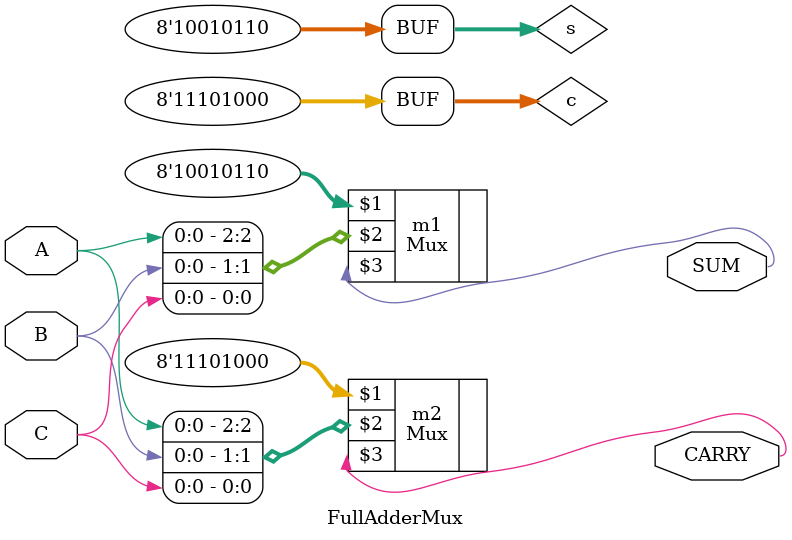
<source format=v>
`timescale 1ns / 1ps
module FullAdderMux(
    input A,
    input B,
    input C,
    output SUM,
    output CARRY
    );
	 
	 wire [7:0] s;
	 wire [7:0] c;
	 
	 assign s = 8'b1001_0110;
	 assign c = 8'b1110_1000;
	 Mux m1 (s,{A,B,C},SUM);
	 Mux m2 (c,{A,B,C},CARRY);
endmodule

</source>
